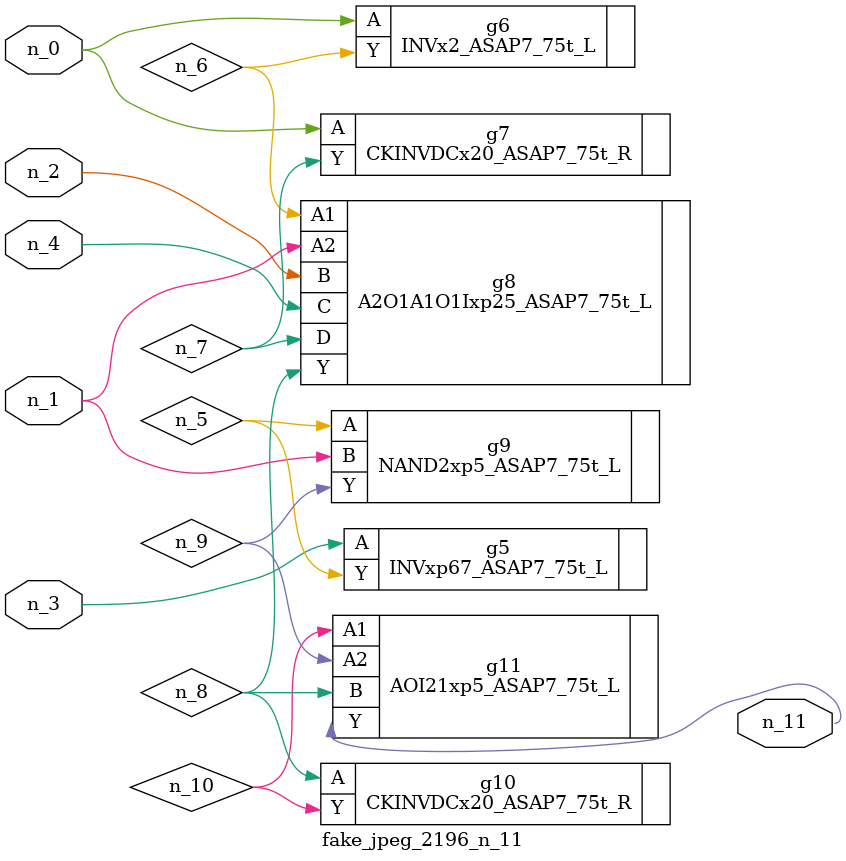
<source format=v>
module fake_jpeg_2196_n_11 (n_3, n_2, n_1, n_0, n_4, n_11);

input n_3;
input n_2;
input n_1;
input n_0;
input n_4;

output n_11;

wire n_10;
wire n_8;
wire n_9;
wire n_6;
wire n_5;
wire n_7;

INVxp67_ASAP7_75t_L g5 ( 
.A(n_3),
.Y(n_5)
);

INVx2_ASAP7_75t_L g6 ( 
.A(n_0),
.Y(n_6)
);

CKINVDCx20_ASAP7_75t_R g7 ( 
.A(n_0),
.Y(n_7)
);

A2O1A1O1Ixp25_ASAP7_75t_L g8 ( 
.A1(n_6),
.A2(n_1),
.B(n_2),
.C(n_4),
.D(n_7),
.Y(n_8)
);

CKINVDCx20_ASAP7_75t_R g10 ( 
.A(n_8),
.Y(n_10)
);

NAND2xp5_ASAP7_75t_L g9 ( 
.A(n_5),
.B(n_1),
.Y(n_9)
);

AOI21xp5_ASAP7_75t_L g11 ( 
.A1(n_10),
.A2(n_9),
.B(n_8),
.Y(n_11)
);


endmodule
</source>
